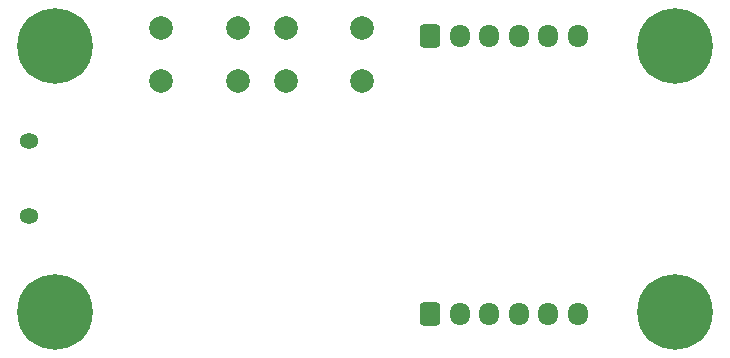
<source format=gbs>
%TF.GenerationSoftware,KiCad,Pcbnew,(6.0.0)*%
%TF.CreationDate,2022-05-09T00:40:02+05:30*%
%TF.ProjectId,usb-micro-programmer,7573622d-6d69-4637-926f-2d70726f6772,rev?*%
%TF.SameCoordinates,Original*%
%TF.FileFunction,Soldermask,Bot*%
%TF.FilePolarity,Negative*%
%FSLAX46Y46*%
G04 Gerber Fmt 4.6, Leading zero omitted, Abs format (unit mm)*
G04 Created by KiCad (PCBNEW (6.0.0)) date 2022-05-09 00:40:02*
%MOMM*%
%LPD*%
G01*
G04 APERTURE LIST*
G04 Aperture macros list*
%AMRoundRect*
0 Rectangle with rounded corners*
0 $1 Rounding radius*
0 $2 $3 $4 $5 $6 $7 $8 $9 X,Y pos of 4 corners*
0 Add a 4 corners polygon primitive as box body*
4,1,4,$2,$3,$4,$5,$6,$7,$8,$9,$2,$3,0*
0 Add four circle primitives for the rounded corners*
1,1,$1+$1,$2,$3*
1,1,$1+$1,$4,$5*
1,1,$1+$1,$6,$7*
1,1,$1+$1,$8,$9*
0 Add four rect primitives between the rounded corners*
20,1,$1+$1,$2,$3,$4,$5,0*
20,1,$1+$1,$4,$5,$6,$7,0*
20,1,$1+$1,$6,$7,$8,$9,0*
20,1,$1+$1,$8,$9,$2,$3,0*%
G04 Aperture macros list end*
%ADD10C,2.000000*%
%ADD11RoundRect,0.250000X-0.600000X-0.725000X0.600000X-0.725000X0.600000X0.725000X-0.600000X0.725000X0*%
%ADD12O,1.700000X1.950000*%
%ADD13C,6.400000*%
%ADD14O,1.600000X1.300000*%
G04 APERTURE END LIST*
D10*
%TO.C,SW_IO0*%
X104250000Y-92250000D03*
X110750000Y-92250000D03*
X104250000Y-96750000D03*
X110750000Y-96750000D03*
%TD*%
D11*
%TO.C,J4*%
X116500000Y-92950000D03*
D12*
X119000000Y-92950000D03*
X121500000Y-92950000D03*
X124000000Y-92950000D03*
X126500000Y-92950000D03*
X129000000Y-92950000D03*
%TD*%
D13*
%TO.C,H3*%
X137250000Y-116250000D03*
%TD*%
%TO.C,H2*%
X84750000Y-116250000D03*
%TD*%
%TO.C,H4*%
X137250000Y-93750000D03*
%TD*%
D11*
%TO.C,J3*%
X116500000Y-116450000D03*
D12*
X119000000Y-116450000D03*
X121500000Y-116450000D03*
X124000000Y-116450000D03*
X126500000Y-116450000D03*
X129000000Y-116450000D03*
%TD*%
D13*
%TO.C,H1*%
X84750000Y-93750000D03*
%TD*%
D10*
%TO.C,SW_EN*%
X100250000Y-92250000D03*
X93750000Y-92250000D03*
X93750000Y-96750000D03*
X100250000Y-96750000D03*
%TD*%
D14*
%TO.C,J1*%
X82499987Y-108174993D03*
X82499987Y-101824993D03*
%TD*%
M02*

</source>
